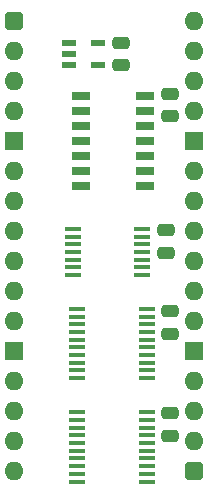
<source format=gbr>
%TF.GenerationSoftware,KiCad,Pcbnew,7.0.5*%
%TF.CreationDate,2023-12-17T19:37:20+02:00*%
%TF.ProjectId,GPIO 4bit,4750494f-2034-4626-9974-2e6b69636164,rev?*%
%TF.SameCoordinates,Original*%
%TF.FileFunction,Soldermask,Top*%
%TF.FilePolarity,Negative*%
%FSLAX46Y46*%
G04 Gerber Fmt 4.6, Leading zero omitted, Abs format (unit mm)*
G04 Created by KiCad (PCBNEW 7.0.5) date 2023-12-17 19:37:20*
%MOMM*%
%LPD*%
G01*
G04 APERTURE LIST*
G04 Aperture macros list*
%AMRoundRect*
0 Rectangle with rounded corners*
0 $1 Rounding radius*
0 $2 $3 $4 $5 $6 $7 $8 $9 X,Y pos of 4 corners*
0 Add a 4 corners polygon primitive as box body*
4,1,4,$2,$3,$4,$5,$6,$7,$8,$9,$2,$3,0*
0 Add four circle primitives for the rounded corners*
1,1,$1+$1,$2,$3*
1,1,$1+$1,$4,$5*
1,1,$1+$1,$6,$7*
1,1,$1+$1,$8,$9*
0 Add four rect primitives between the rounded corners*
20,1,$1+$1,$2,$3,$4,$5,0*
20,1,$1+$1,$4,$5,$6,$7,0*
20,1,$1+$1,$6,$7,$8,$9,0*
20,1,$1+$1,$8,$9,$2,$3,0*%
G04 Aperture macros list end*
%ADD10RoundRect,0.400000X-0.400000X-0.400000X0.400000X-0.400000X0.400000X0.400000X-0.400000X0.400000X0*%
%ADD11O,1.600000X1.600000*%
%ADD12R,1.600000X1.600000*%
%ADD13R,1.475000X0.450000*%
%ADD14RoundRect,0.250000X-0.475000X0.250000X-0.475000X-0.250000X0.475000X-0.250000X0.475000X0.250000X0*%
%ADD15R,1.550000X0.650000*%
%ADD16R,1.250000X0.600000*%
G04 APERTURE END LIST*
D10*
%TO.C,J1*%
X114300000Y-53340000D03*
D11*
X114300000Y-55880000D03*
X114300000Y-58420000D03*
X114300000Y-60960000D03*
D12*
X114300000Y-63500000D03*
D11*
X114300000Y-66040000D03*
X114300000Y-68580000D03*
X114300000Y-71120000D03*
X114300000Y-73660000D03*
X114300000Y-76200000D03*
X114300000Y-78740000D03*
D12*
X114300000Y-81280000D03*
D11*
X114300000Y-83820000D03*
X114300000Y-86360000D03*
X114300000Y-88900000D03*
X114300000Y-91440000D03*
D10*
X129540000Y-91440000D03*
D11*
X129540000Y-88900000D03*
X129540000Y-86360000D03*
X129540000Y-83820000D03*
D12*
X129540000Y-81280000D03*
D11*
X129540000Y-78740000D03*
X129540000Y-76200000D03*
X129540000Y-73660000D03*
X129540000Y-71120000D03*
X129540000Y-68580000D03*
X129540000Y-66040000D03*
D12*
X129540000Y-63500000D03*
D11*
X129540000Y-60960000D03*
X129540000Y-58420000D03*
X129540000Y-55880000D03*
X129540000Y-53340000D03*
%TD*%
D13*
%TO.C,IC1*%
X119617000Y-77720000D03*
X119617000Y-78370000D03*
X119617000Y-79020000D03*
X119617000Y-79670000D03*
X119617000Y-80320000D03*
X119617000Y-80970000D03*
X119617000Y-81620000D03*
X119617000Y-82270000D03*
X119617000Y-82920000D03*
X119617000Y-83570000D03*
X125493000Y-83570000D03*
X125493000Y-82920000D03*
X125493000Y-82270000D03*
X125493000Y-81620000D03*
X125493000Y-80970000D03*
X125493000Y-80320000D03*
X125493000Y-79670000D03*
X125493000Y-79020000D03*
X125493000Y-78370000D03*
X125493000Y-77720000D03*
%TD*%
D14*
%TO.C,C6*%
X127508000Y-77907000D03*
X127508000Y-79807000D03*
%TD*%
%TO.C,C1*%
X127508000Y-59518000D03*
X127508000Y-61418000D03*
%TD*%
%TO.C,C2*%
X123317000Y-55200000D03*
X123317000Y-57100000D03*
%TD*%
%TO.C,C7*%
X127127000Y-71075000D03*
X127127000Y-72975000D03*
%TD*%
D15*
%TO.C,IC4*%
X119971000Y-59690000D03*
X119971000Y-60960000D03*
X119971000Y-62230000D03*
X119971000Y-63500000D03*
X119971000Y-64770000D03*
X119971000Y-66040000D03*
X119971000Y-67310000D03*
X125393000Y-67310000D03*
X125393000Y-66040000D03*
X125393000Y-64770000D03*
X125393000Y-63500000D03*
X125393000Y-62230000D03*
X125393000Y-60960000D03*
X125393000Y-59690000D03*
%TD*%
D14*
%TO.C,C9*%
X127508000Y-86569000D03*
X127508000Y-88469000D03*
%TD*%
D16*
%TO.C,IC3*%
X118892000Y-55184000D03*
X118892000Y-56134000D03*
X118892000Y-57084000D03*
X121392000Y-57084000D03*
X121392000Y-55184000D03*
%TD*%
D13*
%TO.C,IC6*%
X119236000Y-70948000D03*
X119236000Y-71598000D03*
X119236000Y-72248000D03*
X119236000Y-72898000D03*
X119236000Y-73548000D03*
X119236000Y-74198000D03*
X119236000Y-74848000D03*
X125112000Y-74848000D03*
X125112000Y-74198000D03*
X125112000Y-73548000D03*
X125112000Y-72898000D03*
X125112000Y-72248000D03*
X125112000Y-71598000D03*
X125112000Y-70948000D03*
%TD*%
%TO.C,IC2*%
X119617000Y-86483000D03*
X119617000Y-87133000D03*
X119617000Y-87783000D03*
X119617000Y-88433000D03*
X119617000Y-89083000D03*
X119617000Y-89733000D03*
X119617000Y-90383000D03*
X119617000Y-91033000D03*
X119617000Y-91683000D03*
X119617000Y-92333000D03*
X125493000Y-92333000D03*
X125493000Y-91683000D03*
X125493000Y-91033000D03*
X125493000Y-90383000D03*
X125493000Y-89733000D03*
X125493000Y-89083000D03*
X125493000Y-88433000D03*
X125493000Y-87783000D03*
X125493000Y-87133000D03*
X125493000Y-86483000D03*
%TD*%
M02*

</source>
